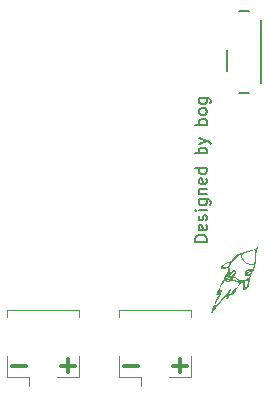
<source format=gbr>
G04 #@! TF.GenerationSoftware,KiCad,Pcbnew,8.0.0-rc1-52-g27482ef8a0*
G04 #@! TF.CreationDate,2024-01-20T20:33:33+01:00*
G04 #@! TF.ProjectId,test,74657374-2e6b-4696-9361-645f70636258,rev?*
G04 #@! TF.SameCoordinates,Original*
G04 #@! TF.FileFunction,Legend,Top*
G04 #@! TF.FilePolarity,Positive*
%FSLAX46Y46*%
G04 Gerber Fmt 4.6, Leading zero omitted, Abs format (unit mm)*
G04 Created by KiCad (PCBNEW 8.0.0-rc1-52-g27482ef8a0) date 2024-01-20 20:33:33*
%MOMM*%
%LPD*%
G01*
G04 APERTURE LIST*
%ADD10C,0.150000*%
%ADD11C,0.300000*%
%ADD12C,0.120000*%
%ADD13C,0.000000*%
%ADD14C,0.203200*%
G04 APERTURE END LIST*
D10*
X64369819Y-109093220D02*
X63369819Y-109093220D01*
X63369819Y-109093220D02*
X63369819Y-108855125D01*
X63369819Y-108855125D02*
X63417438Y-108712268D01*
X63417438Y-108712268D02*
X63512676Y-108617030D01*
X63512676Y-108617030D02*
X63607914Y-108569411D01*
X63607914Y-108569411D02*
X63798390Y-108521792D01*
X63798390Y-108521792D02*
X63941247Y-108521792D01*
X63941247Y-108521792D02*
X64131723Y-108569411D01*
X64131723Y-108569411D02*
X64226961Y-108617030D01*
X64226961Y-108617030D02*
X64322200Y-108712268D01*
X64322200Y-108712268D02*
X64369819Y-108855125D01*
X64369819Y-108855125D02*
X64369819Y-109093220D01*
X64322200Y-107712268D02*
X64369819Y-107807506D01*
X64369819Y-107807506D02*
X64369819Y-107997982D01*
X64369819Y-107997982D02*
X64322200Y-108093220D01*
X64322200Y-108093220D02*
X64226961Y-108140839D01*
X64226961Y-108140839D02*
X63846009Y-108140839D01*
X63846009Y-108140839D02*
X63750771Y-108093220D01*
X63750771Y-108093220D02*
X63703152Y-107997982D01*
X63703152Y-107997982D02*
X63703152Y-107807506D01*
X63703152Y-107807506D02*
X63750771Y-107712268D01*
X63750771Y-107712268D02*
X63846009Y-107664649D01*
X63846009Y-107664649D02*
X63941247Y-107664649D01*
X63941247Y-107664649D02*
X64036485Y-108140839D01*
X64322200Y-107283696D02*
X64369819Y-107188458D01*
X64369819Y-107188458D02*
X64369819Y-106997982D01*
X64369819Y-106997982D02*
X64322200Y-106902744D01*
X64322200Y-106902744D02*
X64226961Y-106855125D01*
X64226961Y-106855125D02*
X64179342Y-106855125D01*
X64179342Y-106855125D02*
X64084104Y-106902744D01*
X64084104Y-106902744D02*
X64036485Y-106997982D01*
X64036485Y-106997982D02*
X64036485Y-107140839D01*
X64036485Y-107140839D02*
X63988866Y-107236077D01*
X63988866Y-107236077D02*
X63893628Y-107283696D01*
X63893628Y-107283696D02*
X63846009Y-107283696D01*
X63846009Y-107283696D02*
X63750771Y-107236077D01*
X63750771Y-107236077D02*
X63703152Y-107140839D01*
X63703152Y-107140839D02*
X63703152Y-106997982D01*
X63703152Y-106997982D02*
X63750771Y-106902744D01*
X64369819Y-106426553D02*
X63703152Y-106426553D01*
X63369819Y-106426553D02*
X63417438Y-106474172D01*
X63417438Y-106474172D02*
X63465057Y-106426553D01*
X63465057Y-106426553D02*
X63417438Y-106378934D01*
X63417438Y-106378934D02*
X63369819Y-106426553D01*
X63369819Y-106426553D02*
X63465057Y-106426553D01*
X63703152Y-105521792D02*
X64512676Y-105521792D01*
X64512676Y-105521792D02*
X64607914Y-105569411D01*
X64607914Y-105569411D02*
X64655533Y-105617030D01*
X64655533Y-105617030D02*
X64703152Y-105712268D01*
X64703152Y-105712268D02*
X64703152Y-105855125D01*
X64703152Y-105855125D02*
X64655533Y-105950363D01*
X64322200Y-105521792D02*
X64369819Y-105617030D01*
X64369819Y-105617030D02*
X64369819Y-105807506D01*
X64369819Y-105807506D02*
X64322200Y-105902744D01*
X64322200Y-105902744D02*
X64274580Y-105950363D01*
X64274580Y-105950363D02*
X64179342Y-105997982D01*
X64179342Y-105997982D02*
X63893628Y-105997982D01*
X63893628Y-105997982D02*
X63798390Y-105950363D01*
X63798390Y-105950363D02*
X63750771Y-105902744D01*
X63750771Y-105902744D02*
X63703152Y-105807506D01*
X63703152Y-105807506D02*
X63703152Y-105617030D01*
X63703152Y-105617030D02*
X63750771Y-105521792D01*
X63703152Y-105045601D02*
X64369819Y-105045601D01*
X63798390Y-105045601D02*
X63750771Y-104997982D01*
X63750771Y-104997982D02*
X63703152Y-104902744D01*
X63703152Y-104902744D02*
X63703152Y-104759887D01*
X63703152Y-104759887D02*
X63750771Y-104664649D01*
X63750771Y-104664649D02*
X63846009Y-104617030D01*
X63846009Y-104617030D02*
X64369819Y-104617030D01*
X64322200Y-103759887D02*
X64369819Y-103855125D01*
X64369819Y-103855125D02*
X64369819Y-104045601D01*
X64369819Y-104045601D02*
X64322200Y-104140839D01*
X64322200Y-104140839D02*
X64226961Y-104188458D01*
X64226961Y-104188458D02*
X63846009Y-104188458D01*
X63846009Y-104188458D02*
X63750771Y-104140839D01*
X63750771Y-104140839D02*
X63703152Y-104045601D01*
X63703152Y-104045601D02*
X63703152Y-103855125D01*
X63703152Y-103855125D02*
X63750771Y-103759887D01*
X63750771Y-103759887D02*
X63846009Y-103712268D01*
X63846009Y-103712268D02*
X63941247Y-103712268D01*
X63941247Y-103712268D02*
X64036485Y-104188458D01*
X64369819Y-102855125D02*
X63369819Y-102855125D01*
X64322200Y-102855125D02*
X64369819Y-102950363D01*
X64369819Y-102950363D02*
X64369819Y-103140839D01*
X64369819Y-103140839D02*
X64322200Y-103236077D01*
X64322200Y-103236077D02*
X64274580Y-103283696D01*
X64274580Y-103283696D02*
X64179342Y-103331315D01*
X64179342Y-103331315D02*
X63893628Y-103331315D01*
X63893628Y-103331315D02*
X63798390Y-103283696D01*
X63798390Y-103283696D02*
X63750771Y-103236077D01*
X63750771Y-103236077D02*
X63703152Y-103140839D01*
X63703152Y-103140839D02*
X63703152Y-102950363D01*
X63703152Y-102950363D02*
X63750771Y-102855125D01*
X64369819Y-101617029D02*
X63369819Y-101617029D01*
X63750771Y-101617029D02*
X63703152Y-101521791D01*
X63703152Y-101521791D02*
X63703152Y-101331315D01*
X63703152Y-101331315D02*
X63750771Y-101236077D01*
X63750771Y-101236077D02*
X63798390Y-101188458D01*
X63798390Y-101188458D02*
X63893628Y-101140839D01*
X63893628Y-101140839D02*
X64179342Y-101140839D01*
X64179342Y-101140839D02*
X64274580Y-101188458D01*
X64274580Y-101188458D02*
X64322200Y-101236077D01*
X64322200Y-101236077D02*
X64369819Y-101331315D01*
X64369819Y-101331315D02*
X64369819Y-101521791D01*
X64369819Y-101521791D02*
X64322200Y-101617029D01*
X63703152Y-100807505D02*
X64369819Y-100569410D01*
X63703152Y-100331315D02*
X64369819Y-100569410D01*
X64369819Y-100569410D02*
X64607914Y-100664648D01*
X64607914Y-100664648D02*
X64655533Y-100712267D01*
X64655533Y-100712267D02*
X64703152Y-100807505D01*
X64369819Y-99188457D02*
X63369819Y-99188457D01*
X63750771Y-99188457D02*
X63703152Y-99093219D01*
X63703152Y-99093219D02*
X63703152Y-98902743D01*
X63703152Y-98902743D02*
X63750771Y-98807505D01*
X63750771Y-98807505D02*
X63798390Y-98759886D01*
X63798390Y-98759886D02*
X63893628Y-98712267D01*
X63893628Y-98712267D02*
X64179342Y-98712267D01*
X64179342Y-98712267D02*
X64274580Y-98759886D01*
X64274580Y-98759886D02*
X64322200Y-98807505D01*
X64322200Y-98807505D02*
X64369819Y-98902743D01*
X64369819Y-98902743D02*
X64369819Y-99093219D01*
X64369819Y-99093219D02*
X64322200Y-99188457D01*
X64369819Y-98140838D02*
X64322200Y-98236076D01*
X64322200Y-98236076D02*
X64274580Y-98283695D01*
X64274580Y-98283695D02*
X64179342Y-98331314D01*
X64179342Y-98331314D02*
X63893628Y-98331314D01*
X63893628Y-98331314D02*
X63798390Y-98283695D01*
X63798390Y-98283695D02*
X63750771Y-98236076D01*
X63750771Y-98236076D02*
X63703152Y-98140838D01*
X63703152Y-98140838D02*
X63703152Y-97997981D01*
X63703152Y-97997981D02*
X63750771Y-97902743D01*
X63750771Y-97902743D02*
X63798390Y-97855124D01*
X63798390Y-97855124D02*
X63893628Y-97807505D01*
X63893628Y-97807505D02*
X64179342Y-97807505D01*
X64179342Y-97807505D02*
X64274580Y-97855124D01*
X64274580Y-97855124D02*
X64322200Y-97902743D01*
X64322200Y-97902743D02*
X64369819Y-97997981D01*
X64369819Y-97997981D02*
X64369819Y-98140838D01*
X63703152Y-96950362D02*
X64512676Y-96950362D01*
X64512676Y-96950362D02*
X64607914Y-96997981D01*
X64607914Y-96997981D02*
X64655533Y-97045600D01*
X64655533Y-97045600D02*
X64703152Y-97140838D01*
X64703152Y-97140838D02*
X64703152Y-97283695D01*
X64703152Y-97283695D02*
X64655533Y-97378933D01*
X64322200Y-96950362D02*
X64369819Y-97045600D01*
X64369819Y-97045600D02*
X64369819Y-97236076D01*
X64369819Y-97236076D02*
X64322200Y-97331314D01*
X64322200Y-97331314D02*
X64274580Y-97378933D01*
X64274580Y-97378933D02*
X64179342Y-97426552D01*
X64179342Y-97426552D02*
X63893628Y-97426552D01*
X63893628Y-97426552D02*
X63798390Y-97378933D01*
X63798390Y-97378933D02*
X63750771Y-97331314D01*
X63750771Y-97331314D02*
X63703152Y-97236076D01*
X63703152Y-97236076D02*
X63703152Y-97045600D01*
X63703152Y-97045600D02*
X63750771Y-96950362D01*
D11*
X57392685Y-119578350D02*
X58535543Y-119578350D01*
X61535542Y-119578350D02*
X62678400Y-119578350D01*
X62106971Y-120149778D02*
X62106971Y-119006921D01*
X47915974Y-119578350D02*
X49058832Y-119578350D01*
X52058831Y-119578350D02*
X53201689Y-119578350D01*
X52630260Y-120149778D02*
X52630260Y-119006921D01*
D12*
X47465000Y-114890000D02*
X53535000Y-114890000D01*
X47465000Y-115440000D02*
X47465000Y-114890000D01*
X47465000Y-118760000D02*
X47465000Y-120560000D01*
X47465000Y-120560000D02*
X49315000Y-120560000D01*
X49315000Y-120560000D02*
X49315000Y-121300000D01*
X53535000Y-114890000D02*
X53535000Y-115440000D01*
X53535000Y-118760000D02*
X53535000Y-120560000D01*
X53535000Y-120560000D02*
X51685000Y-120560000D01*
D13*
G36*
X68676131Y-109541615D02*
G01*
X68696057Y-109595584D01*
X68667439Y-109683715D01*
X68656683Y-109705241D01*
X68624273Y-109803413D01*
X68596562Y-109965792D01*
X68572874Y-110197141D01*
X68558937Y-110392769D01*
X68519317Y-110817907D01*
X68455585Y-111180507D01*
X68364330Y-111492164D01*
X68242146Y-111764471D01*
X68085623Y-112009023D01*
X68082648Y-112013004D01*
X68031779Y-112090684D01*
X68002900Y-112170228D01*
X67990546Y-112276474D01*
X67989255Y-112434259D01*
X67989294Y-112437334D01*
X67982175Y-112648052D01*
X67952498Y-112804375D01*
X67924749Y-112876001D01*
X67836758Y-113010023D01*
X67724199Y-113110828D01*
X67607051Y-113163048D01*
X67548302Y-113165551D01*
X67504189Y-113152801D01*
X67476350Y-113118956D01*
X67459188Y-113047560D01*
X67447110Y-112922161D01*
X67442535Y-112854524D01*
X67430065Y-112714029D01*
X67430044Y-112713893D01*
X67596474Y-112713893D01*
X67601758Y-112885336D01*
X67619294Y-112982956D01*
X67651606Y-113009282D01*
X67701221Y-112966842D01*
X67759628Y-112877314D01*
X67799938Y-112776126D01*
X67834718Y-112633274D01*
X67852295Y-112514798D01*
X67864717Y-112382956D01*
X67865513Y-112315077D01*
X67851099Y-112298576D01*
X67817889Y-112320866D01*
X67801212Y-112335459D01*
X67719690Y-112387109D01*
X67660792Y-112402807D01*
X67628466Y-112413342D01*
X67609001Y-112454739D01*
X67599360Y-112541691D01*
X67596505Y-112688887D01*
X67596474Y-112713893D01*
X67430044Y-112713893D01*
X67414241Y-112609167D01*
X67398034Y-112558367D01*
X67394429Y-112556267D01*
X67330664Y-112556746D01*
X67329669Y-112556747D01*
X67296668Y-112586934D01*
X67229229Y-112670200D01*
X67135634Y-112795596D01*
X67024167Y-112952176D01*
X66958375Y-113047428D01*
X66819806Y-113250169D01*
X66718137Y-113397449D01*
X66646466Y-113497101D01*
X66597892Y-113556956D01*
X66565514Y-113584847D01*
X66542430Y-113588605D01*
X66521739Y-113576061D01*
X66505074Y-113561849D01*
X66468365Y-113548150D01*
X66421486Y-113572008D01*
X66352838Y-113642496D01*
X66266856Y-113748207D01*
X66175902Y-113858907D01*
X66100862Y-113940997D01*
X66055597Y-113979524D01*
X66051403Y-113980686D01*
X66022402Y-113948783D01*
X66025504Y-113863926D01*
X66059178Y-113742395D01*
X66078479Y-113692823D01*
X66107311Y-113607644D01*
X66108438Y-113564328D01*
X66100881Y-113563048D01*
X66067226Y-113595424D01*
X65992059Y-113679473D01*
X65882315Y-113807055D01*
X65744928Y-113970031D01*
X65586831Y-114160262D01*
X65442949Y-114335347D01*
X65272680Y-114542717D01*
X65117338Y-114730286D01*
X64983872Y-114889794D01*
X64879229Y-115012982D01*
X64810358Y-115091591D01*
X64785276Y-115117104D01*
X64741849Y-115108871D01*
X64726979Y-115085196D01*
X64736926Y-115035808D01*
X64776548Y-114928270D01*
X64841270Y-114773359D01*
X64907900Y-114623673D01*
X65036133Y-114623673D01*
X65044648Y-114632985D01*
X65046336Y-114632958D01*
X65077728Y-114603805D01*
X65150634Y-114522829D01*
X65258192Y-114398072D01*
X65393539Y-114237575D01*
X65549812Y-114049381D01*
X65686743Y-113882503D01*
X65856062Y-113677575D01*
X66011577Y-113494057D01*
X66146139Y-113340006D01*
X66252602Y-113223480D01*
X66323819Y-113152538D01*
X66350607Y-113134019D01*
X66385721Y-113136579D01*
X66398405Y-113155152D01*
X66386983Y-113206079D01*
X66349775Y-113305701D01*
X66327036Y-113363504D01*
X66289802Y-113469458D01*
X66274083Y-113538975D01*
X66278930Y-113555251D01*
X66313480Y-113525542D01*
X66380846Y-113448243D01*
X66468529Y-113337985D01*
X66500832Y-113295478D01*
X66608322Y-113164063D01*
X66702719Y-113070260D01*
X66770715Y-113027105D01*
X66775826Y-113026036D01*
X66845089Y-112985950D01*
X66933645Y-112891217D01*
X66995938Y-112805340D01*
X67066874Y-112696300D01*
X67116881Y-112615227D01*
X67134656Y-112580864D01*
X67101002Y-112564747D01*
X67017447Y-112544125D01*
X66990338Y-112538883D01*
X66865747Y-112502827D01*
X66725360Y-112443896D01*
X66678927Y-112419881D01*
X66511835Y-112327308D01*
X66387077Y-112422465D01*
X66264041Y-112498170D01*
X66145671Y-112540857D01*
X66050853Y-112546353D01*
X65998471Y-112510483D01*
X65997677Y-112508530D01*
X66000191Y-112445459D01*
X66018435Y-112374302D01*
X66112775Y-112374302D01*
X66116523Y-112427688D01*
X66149534Y-112441292D01*
X66196682Y-112406726D01*
X66261739Y-112310236D01*
X66324581Y-112187698D01*
X66557383Y-112187698D01*
X66590734Y-112236624D01*
X66676382Y-112296517D01*
X66792725Y-112356832D01*
X66918157Y-112407024D01*
X67031074Y-112436548D01*
X67074864Y-112440279D01*
X67124086Y-112435940D01*
X67129310Y-112419818D01*
X67083400Y-112385475D01*
X66979221Y-112326477D01*
X66904219Y-112286340D01*
X66748024Y-112204731D01*
X66647199Y-112157033D01*
X66589791Y-112139847D01*
X66563846Y-112149774D01*
X66557414Y-112183414D01*
X66557383Y-112187698D01*
X66324581Y-112187698D01*
X66337435Y-112162633D01*
X66338749Y-112159794D01*
X66414626Y-112006998D01*
X66479939Y-111908382D01*
X66549148Y-111845340D01*
X66609308Y-111811625D01*
X66700782Y-111752884D01*
X66745686Y-111693635D01*
X66738038Y-111648801D01*
X66680851Y-111633110D01*
X66609971Y-111662736D01*
X66513419Y-111740553D01*
X66407088Y-111849971D01*
X66306871Y-111974401D01*
X66228661Y-112097253D01*
X66219982Y-112114171D01*
X66146663Y-112272572D01*
X66112775Y-112374302D01*
X66018435Y-112374302D01*
X66028202Y-112336208D01*
X66074054Y-112208566D01*
X66132770Y-112059906D01*
X66163028Y-111968394D01*
X66167440Y-111920758D01*
X66148616Y-111903725D01*
X66134253Y-111902504D01*
X66107673Y-111934937D01*
X66054177Y-112023922D01*
X65980144Y-112156988D01*
X65891952Y-112321662D01*
X65795980Y-112505473D01*
X65698604Y-112695949D01*
X65606205Y-112880619D01*
X65525159Y-113047010D01*
X65461845Y-113182653D01*
X65422641Y-113275074D01*
X65413627Y-113311576D01*
X65447078Y-113298189D01*
X65498836Y-113249710D01*
X65572938Y-113190534D01*
X65637566Y-113174098D01*
X65671142Y-113204537D01*
X65672232Y-113216498D01*
X65656107Y-113264487D01*
X65611543Y-113368794D01*
X65544251Y-113516756D01*
X65459944Y-113695713D01*
X65398739Y-113822634D01*
X65272271Y-114083444D01*
X65176693Y-114283041D01*
X65108646Y-114429144D01*
X65064776Y-114529471D01*
X65041723Y-114591741D01*
X65036133Y-114623673D01*
X64907900Y-114623673D01*
X64926515Y-114581854D01*
X65027707Y-114364534D01*
X65073780Y-114268326D01*
X65180177Y-114046147D01*
X65273279Y-113848260D01*
X65348473Y-113684761D01*
X65401146Y-113565746D01*
X65426683Y-113501311D01*
X65428121Y-113492837D01*
X65392303Y-113504533D01*
X65323284Y-113551189D01*
X65316052Y-113556814D01*
X65224219Y-113615855D01*
X65157746Y-113634185D01*
X65133444Y-113609109D01*
X65150297Y-113569551D01*
X65197853Y-113470593D01*
X65271608Y-113321279D01*
X65367057Y-113130655D01*
X65479695Y-112907767D01*
X65605018Y-112661659D01*
X65615342Y-112641463D01*
X65799217Y-112276757D01*
X65945134Y-111975769D01*
X66053102Y-111738290D01*
X66229537Y-111738290D01*
X66235587Y-111767807D01*
X66262903Y-111818444D01*
X66272864Y-111825534D01*
X66286318Y-111794108D01*
X66287989Y-111767807D01*
X66267849Y-111716583D01*
X66250712Y-111710080D01*
X66229537Y-111738290D01*
X66053102Y-111738290D01*
X66054189Y-111735898D01*
X66127481Y-111554538D01*
X66166108Y-111429085D01*
X66171168Y-111356936D01*
X66163424Y-111341778D01*
X66118949Y-111338374D01*
X66019202Y-111346979D01*
X65884623Y-111365742D01*
X65866342Y-111368713D01*
X65699279Y-111390687D01*
X65596047Y-111386435D01*
X65546492Y-111350956D01*
X65540460Y-111279246D01*
X65546223Y-111251848D01*
X65633747Y-111251848D01*
X65662250Y-111275628D01*
X65752683Y-111278226D01*
X65851447Y-111268415D01*
X65868890Y-111265979D01*
X66290418Y-111265979D01*
X66296380Y-111360527D01*
X66316554Y-111484997D01*
X66346826Y-111582883D01*
X66363441Y-111612038D01*
X66404768Y-111646699D01*
X66453126Y-111634525D01*
X66509100Y-111594073D01*
X66630775Y-111529368D01*
X66733599Y-111527973D01*
X66808363Y-111576833D01*
X66845858Y-111662894D01*
X66836877Y-111773102D01*
X66772211Y-111894404D01*
X66744118Y-111927246D01*
X66667165Y-112009715D01*
X66798569Y-112109941D01*
X67030238Y-112245693D01*
X67279392Y-112308778D01*
X67454193Y-112312965D01*
X67588108Y-112300886D01*
X67680682Y-112271661D01*
X67765959Y-112210004D01*
X67838476Y-112140431D01*
X67999433Y-111979474D01*
X67839187Y-111979474D01*
X67683288Y-111957268D01*
X67591347Y-111893097D01*
X67565340Y-111790633D01*
X67570869Y-111772544D01*
X67673444Y-111772544D01*
X67685671Y-111812835D01*
X67702414Y-111804368D01*
X67711760Y-111793535D01*
X67848506Y-111793535D01*
X67859007Y-111836027D01*
X67912730Y-111841852D01*
X67995962Y-111807954D01*
X68067914Y-111755993D01*
X68121709Y-111688041D01*
X68135262Y-111643795D01*
X68108801Y-111609287D01*
X68044113Y-111615897D01*
X67963243Y-111656869D01*
X67894938Y-111717433D01*
X67848506Y-111793535D01*
X67711760Y-111793535D01*
X67743890Y-111756295D01*
X67817239Y-111674606D01*
X67863903Y-111623489D01*
X67929379Y-111543069D01*
X67955980Y-111490678D01*
X67947427Y-111479171D01*
X67881805Y-111508186D01*
X67799832Y-111578881D01*
X67724413Y-111666728D01*
X67678454Y-111747203D01*
X67673444Y-111772544D01*
X67570869Y-111772544D01*
X67607242Y-111653545D01*
X67635946Y-111601931D01*
X67757221Y-111470081D01*
X67915827Y-111393453D01*
X68090117Y-111381032D01*
X68143144Y-111391411D01*
X68237383Y-111411680D01*
X68286089Y-111397749D01*
X68317418Y-111337645D01*
X68325947Y-111313678D01*
X68364872Y-111178130D01*
X68362502Y-111100264D01*
X68315307Y-111070695D01*
X68236809Y-111076618D01*
X68035407Y-111077613D01*
X67833015Y-111014668D01*
X67643989Y-110899270D01*
X67482687Y-110742901D01*
X67363468Y-110557048D01*
X67300689Y-110353194D01*
X67297341Y-110325134D01*
X67285797Y-110227688D01*
X67379887Y-110227688D01*
X67386647Y-110354445D01*
X67440741Y-110497697D01*
X67534678Y-110643105D01*
X67660966Y-110776331D01*
X67812112Y-110883036D01*
X67823815Y-110889345D01*
X67991435Y-110954160D01*
X68155585Y-110976840D01*
X68292897Y-110955561D01*
X68341688Y-110929731D01*
X68393435Y-110861765D01*
X68437097Y-110755203D01*
X68444338Y-110727686D01*
X68460141Y-110624847D01*
X68471388Y-110483933D01*
X68477990Y-110322759D01*
X68479860Y-110159140D01*
X68476910Y-110010891D01*
X68469052Y-109895827D01*
X68456198Y-109831765D01*
X68448794Y-109824322D01*
X68368871Y-109835499D01*
X68239171Y-109865405D01*
X68077739Y-109908608D01*
X67902617Y-109959673D01*
X67731847Y-110013166D01*
X67583472Y-110063655D01*
X67475534Y-110105704D01*
X67427956Y-110131764D01*
X67379887Y-110227688D01*
X67285797Y-110227688D01*
X67284136Y-110213663D01*
X67266047Y-110163995D01*
X67232883Y-110161146D01*
X67197224Y-110177935D01*
X67112092Y-110238258D01*
X66992365Y-110342652D01*
X66852861Y-110476169D01*
X66708397Y-110623866D01*
X66573792Y-110770798D01*
X66463863Y-110902019D01*
X66418230Y-110963613D01*
X66340468Y-111083819D01*
X66301009Y-111174367D01*
X66290418Y-111265979D01*
X65868890Y-111265979D01*
X65978496Y-111250672D01*
X66076182Y-111233650D01*
X66112605Y-111224539D01*
X66157712Y-111182977D01*
X66210356Y-111104264D01*
X66256105Y-111015314D01*
X66280523Y-110943037D01*
X66277510Y-110917075D01*
X66223108Y-110911451D01*
X66124563Y-110940009D01*
X66000850Y-110992881D01*
X65870943Y-111060200D01*
X65753817Y-111132099D01*
X65668447Y-111198709D01*
X65633809Y-111250164D01*
X65633747Y-111251848D01*
X65546223Y-111251848D01*
X65554003Y-111214856D01*
X65609427Y-111127386D01*
X65721221Y-111033020D01*
X65870960Y-110943029D01*
X66040219Y-110868685D01*
X66191190Y-110825050D01*
X66391681Y-110750594D01*
X66538193Y-110623195D01*
X66623046Y-110459322D01*
X66689678Y-110360556D01*
X66823379Y-110255750D01*
X67014961Y-110149314D01*
X67255236Y-110045655D01*
X67535015Y-109949180D01*
X67845110Y-109864298D01*
X67881296Y-109855714D01*
X68099764Y-109803133D01*
X68256835Y-109760472D01*
X68366571Y-109722464D01*
X68443032Y-109683842D01*
X68500279Y-109639340D01*
X68524723Y-109614706D01*
X68604606Y-109542185D01*
X68657555Y-109529402D01*
X68676131Y-109541615D01*
G37*
D14*
X66075060Y-94625600D02*
X66075060Y-92873000D01*
X67926720Y-89525280D02*
X67073280Y-89525280D01*
X67926720Y-96474720D02*
X67073280Y-96474720D01*
X68924940Y-95697480D02*
X68924940Y-90302520D01*
D12*
X56965000Y-114890000D02*
X63035000Y-114890000D01*
X56965000Y-115440000D02*
X56965000Y-114890000D01*
X56965000Y-118760000D02*
X56965000Y-120560000D01*
X56965000Y-120560000D02*
X58815000Y-120560000D01*
X58815000Y-120560000D02*
X58815000Y-121300000D01*
X63035000Y-114890000D02*
X63035000Y-115440000D01*
X63035000Y-118760000D02*
X63035000Y-120560000D01*
X63035000Y-120560000D02*
X61185000Y-120560000D01*
M02*

</source>
